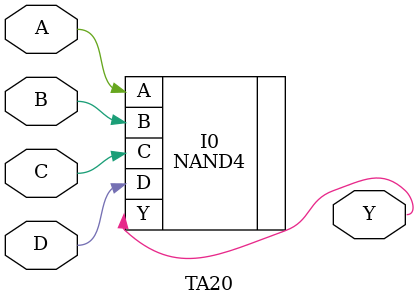
<source format=v>
`timescale 1 ns / 100 ps
module TA20( A, B, C, D, Y );

input A, B, C, D;
output Y;










specify 
    specparam CDS_LIBNAME  = "3200DX";
    specparam CDS_CELLNAME = "TA20";
    specparam CDS_VIEWNAME = "schematic";
endspecify

NAND4  I0( .D(D), .C(C), .Y(Y), .A(A), .B(B));

endmodule

</source>
